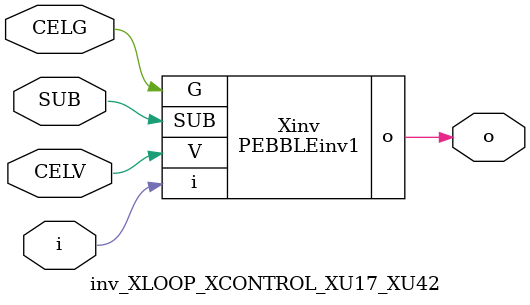
<source format=v>



module PEBBLEinv1 ( o, G, SUB, V, i );

  input V;
  input i;
  input G;
  output o;
  input SUB;
endmodule

//Celera Confidential Do Not Copy inv_XLOOP_XCONTROL_XU17_XU42
//Celera Confidential Symbol Generator
//5V Inverter
module inv_XLOOP_XCONTROL_XU17_XU42 (CELV,CELG,i,o,SUB);
input CELV;
input CELG;
input i;
input SUB;
output o;

//Celera Confidential Do Not Copy inv
PEBBLEinv1 Xinv(
.V (CELV),
.i (i),
.o (o),
.SUB (SUB),
.G (CELG)
);
//,diesize,PEBBLEinv1

//Celera Confidential Do Not Copy Module End
//Celera Schematic Generator
endmodule

</source>
